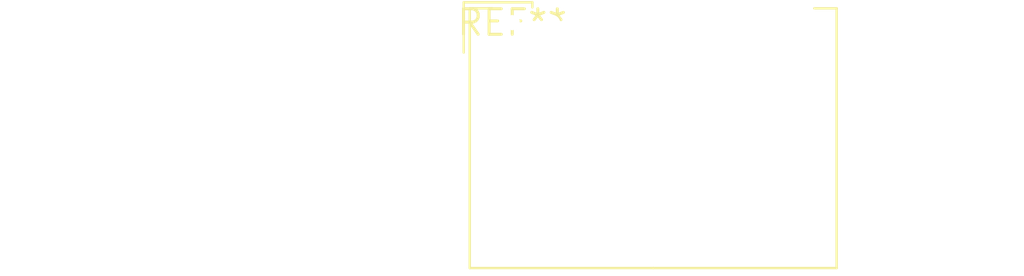
<source format=kicad_pcb>
(kicad_pcb (version 20240108) (generator pcbnew)
  (layers (0 "F.Cu" signal) (31 "B.Cu" signal) (34 "B.Paste" user) (35 "F.Paste" user) (36 "B.SilkS" user "B.Silkscreen") (37 "F.SilkS" user "F.Silkscreen") (38 "B.Mask" user) (39 "F.Mask" user) (44 "Edge.Cuts" user))
  (net 0 "")
  (footprint "JST_PUD_S16B-PUDSS-1_2x08_P2.00mm_Horizontal" (layer "F.Cu") (at 0 0)
    (property "Reference" "REF**")
    (property "Value" "JST_PUD_S16B-PUDSS-1_2x08_P2.00mm_Horizontal")
    (fp_line (start -2.41 -1.01) (end -2.41 1.49) (layer "F.SilkS") (stroke (width 0.12)))
    (fp_line (start -2.11 -0.71) (end -2.11 12.21) (layer "F.SilkS") (stroke (width 0.12)))
    (fp_line (start -2.11 12.21) (end 7 12.21) (layer "F.SilkS") (stroke (width 0.12)))
    (fp_line (start -1 -0.71) (end -2.11 -0.71) (layer "F.SilkS") (stroke (width 0.12)))
    (fp_line (start 1 -1.01) (end -2.41 -1.01) (layer "F.SilkS") (stroke (width 0.12)))
    (fp_line (start 1 -0.76) (end 1 -1.01) (layer "F.SilkS") (stroke (width 0.12)))
    (fp_line (start 15 -0.71) (end 16.11 -0.71) (layer "F.SilkS") (stroke (width 0.12)))
    (fp_line (start 16.11 -0.71) (end 16.11 12.21) (layer "F.SilkS") (stroke (width 0.12)))
    (fp_line (start 16.11 12.21) (end 7 12.21) (layer "F.SilkS") (stroke (width 0.12)))
    (pad "" np_thru_hole circle (at -0.9 9.7) (size 1.65 1.65) (drill 1.65) (layers *.Cu *.Mask))
    (pad "" np_thru_hole circle (at 14.9 9.7) (size 1.65 1.65) (drill 1.65) (layers *.Cu *.Mask))
    (pad "1" thru_hole roundrect (at 0 0) (size 1.2 1.2) (drill 0.75) (layers *.Cu *.Mask) (remove_unused_layers) (roundrect_rratio 0.208333))
    (pad "2" thru_hole circle (at 0 2) (size 1.2 1.2) (drill 0.75) (layers *.Cu *.Mask) (remove_unused_layers))
    (pad "3" thru_hole circle (at 2 0) (size 1.2 1.2) (drill 0.75) (layers *.Cu *.Mask) (remove_unused_layers))
    (pad "4" thru_hole circle (at 2 2) (size 1.2 1.2) (drill 0.75) (layers *.Cu *.Mask) (remove_unused_layers))
    (pad "5" thru_hole circle (at 4 0) (size 1.2 1.2) (drill 0.75) (layers *.Cu *.Mask) (remove_unused_layers))
    (pad "6" thru_hole circle (at 4 2) (size 1.2 1.2) (drill 0.75) (layers *.Cu *.Mask) (remove_unused_layers))
    (pad "7" thru_hole circle (at 6 0) (size 1.2 1.2) (drill 0.75) (layers *.Cu *.Mask) (remove_unused_layers))
    (pad "8" thru_hole circle (at 6 2) (size 1.2 1.2) (drill 0.75) (layers *.Cu *.Mask) (remove_unused_layers))
    (pad "9" thru_hole circle (at 8 0) (size 1.2 1.2) (drill 0.75) (layers *.Cu *.Mask) (remove_unused_layers))
    (pad "10" thru_hole circle (at 8 2) (size 1.2 1.2) (drill 0.75) (layers *.Cu *.Mask) (remove_unused_layers))
    (pad "11" thru_hole circle (at 10 0) (size 1.2 1.2) (drill 0.75) (layers *.Cu *.Mask) (remove_unused_layers))
    (pad "12" thru_hole circle (at 10 2) (size 1.2 1.2) (drill 0.75) (layers *.Cu *.Mask) (remove_unused_layers))
    (pad "13" thru_hole circle (at 12 0) (size 1.2 1.2) (drill 0.75) (layers *.Cu *.Mask) (remove_unused_layers))
    (pad "14" thru_hole circle (at 12 2) (size 1.2 1.2) (drill 0.75) (layers *.Cu *.Mask) (remove_unused_layers))
    (pad "15" thru_hole circle (at 14 0) (size 1.2 1.2) (drill 0.75) (layers *.Cu *.Mask) (remove_unused_layers))
    (pad "16" thru_hole circle (at 14 2) (size 1.2 1.2) (drill 0.75) (layers *.Cu *.Mask) (remove_unused_layers))
  )
)
</source>
